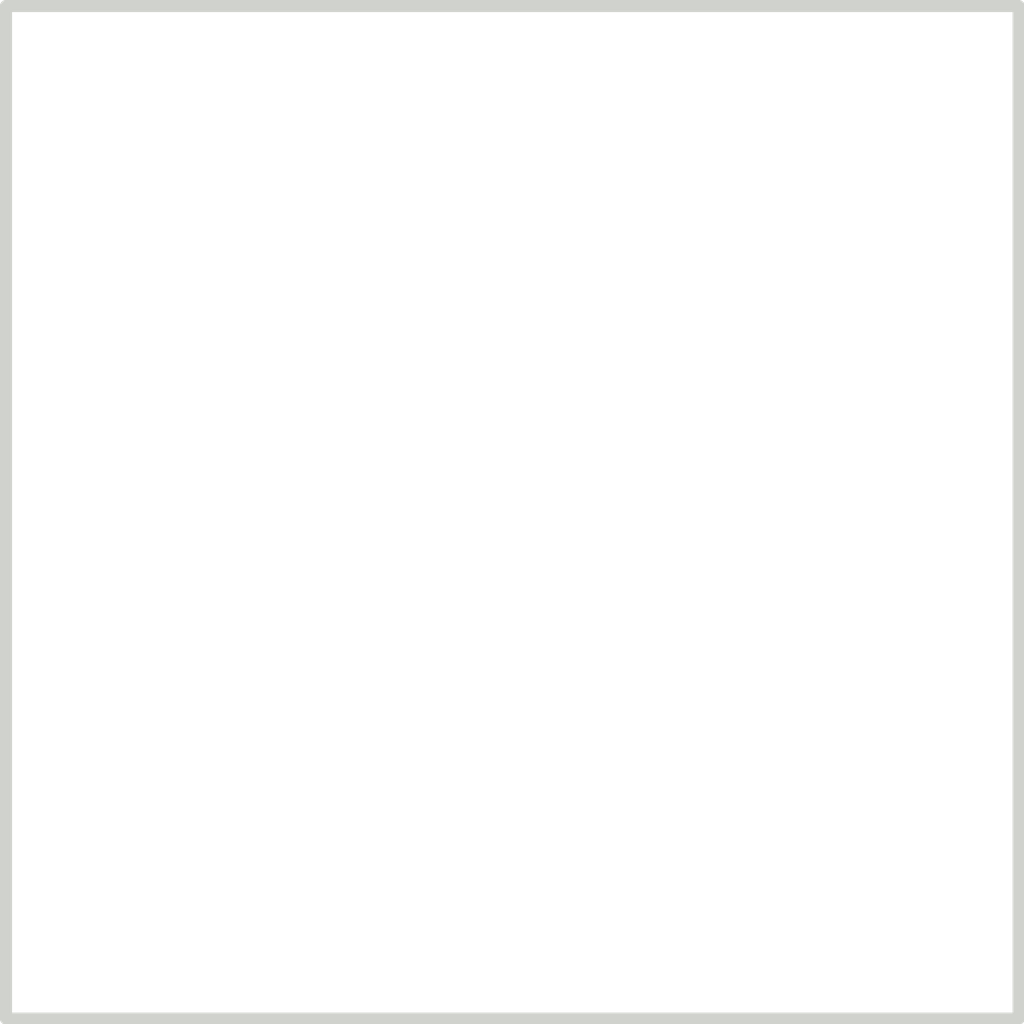
<source format=kicad_pcb>
(kicad_pcb (version 20171130) (host pcbnew 5.1.10)

  (general
    (thickness 1.6002)
    (drawings 4)
    (tracks 0)
    (zones 0)
    (modules 0)
    (nets 1)
  )

  (page A4)
  (title_block
    (date "12 feb 2013")
  )

  (layers
    (0 Front signal)
    (31 Back signal)
    (32 B.Adhes user)
    (33 F.Adhes user)
    (34 B.Paste user)
    (35 F.Paste user)
    (36 B.SilkS user)
    (37 F.SilkS user)
    (38 B.Mask user)
    (39 F.Mask user)
    (40 Dwgs.User user)
    (41 Cmts.User user)
    (42 Eco1.User user)
    (43 Eco2.User user)
    (44 Edge.Cuts user)
  )

  (setup
    (last_trace_width 0.4064)
    (trace_clearance 0.254)
    (zone_clearance 0.508)
    (zone_45_only no)
    (trace_min 0.2032)
    (via_size 0.889)
    (via_drill 0.635)
    (via_min_size 0.889)
    (via_min_drill 0.508)
    (uvia_size 0.508)
    (uvia_drill 0.127)
    (uvias_allowed no)
    (uvia_min_size 0.508)
    (uvia_min_drill 0.127)
    (edge_width 0.381)
    (segment_width 0.381)
    (pcb_text_width 0.3048)
    (pcb_text_size 1.524 2.032)
    (mod_edge_width 0.381)
    (mod_text_size 1.524 1.524)
    (mod_text_width 0.3048)
    (pad_size 1.016 1.016)
    (pad_drill 0.635)
    (pad_to_mask_clearance 0.254)
    (aux_axis_origin 0 0)
    (visible_elements FFFFFF7F)
    (pcbplotparams
      (layerselection 0x00030_ffffffff)
      (usegerberextensions true)
      (usegerberattributes true)
      (usegerberadvancedattributes true)
      (creategerberjobfile true)
      (excludeedgelayer true)
      (linewidth 0.150000)
      (plotframeref false)
      (viasonmask false)
      (mode 1)
      (useauxorigin false)
      (hpglpennumber 1)
      (hpglpenspeed 20)
      (hpglpendiameter 15.000000)
      (psnegative false)
      (psa4output false)
      (plotreference true)
      (plotvalue true)
      (plotinvisibletext false)
      (padsonsilk false)
      (subtractmaskfromsilk false)
      (outputformat 1)
      (mirror false)
      (drillshape 1)
      (scaleselection 1)
      (outputdirectory ""))
  )

  (net 0 "")

  (net_class Default "This is the default net class."
    (clearance 0.254)
    (trace_width 0.4064)
    (via_dia 0.889)
    (via_drill 0.635)
    (uvia_dia 0.508)
    (uvia_drill 0.127)
  )

  (gr_line (start 82.79892 50.8) (end 82.79892 82.79892) (angle 90) (layer Edge.Cuts) (width 0.381))
  (gr_line (start 50.8 82.79892) (end 82.79892 82.79892) (angle 90) (layer Edge.Cuts) (width 0.381))
  (gr_line (start 50.8 50.8) (end 82.79892 50.8) (angle 90) (layer Edge.Cuts) (width 0.381))
  (gr_line (start 50.8 50.8) (end 50.8 82.79892) (angle 90) (layer Edge.Cuts) (width 0.381))

)

</source>
